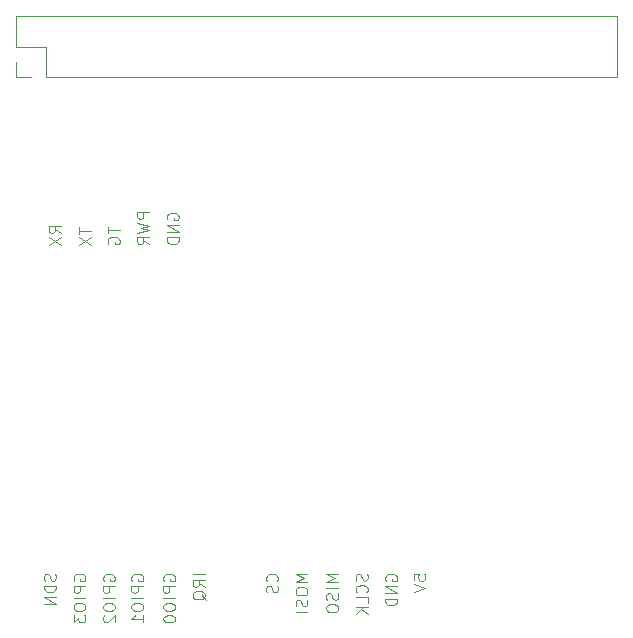
<source format=gbr>
%TF.GenerationSoftware,KiCad,Pcbnew,8.0.8*%
%TF.CreationDate,2025-03-09T10:32:03-07:00*%
%TF.ProjectId,live-video-multi-function-board,6c697665-2d76-4696-9465-6f2d6d756c74,rev?*%
%TF.SameCoordinates,Original*%
%TF.FileFunction,Legend,Bot*%
%TF.FilePolarity,Positive*%
%FSLAX46Y46*%
G04 Gerber Fmt 4.6, Leading zero omitted, Abs format (unit mm)*
G04 Created by KiCad (PCBNEW 8.0.8) date 2025-03-09 10:32:03*
%MOMM*%
%LPD*%
G01*
G04 APERTURE LIST*
%ADD10C,0.100000*%
%ADD11C,0.120000*%
G04 APERTURE END LIST*
D10*
X124405038Y-116727693D02*
X124357419Y-116632455D01*
X124357419Y-116632455D02*
X124357419Y-116489598D01*
X124357419Y-116489598D02*
X124405038Y-116346741D01*
X124405038Y-116346741D02*
X124500276Y-116251503D01*
X124500276Y-116251503D02*
X124595514Y-116203884D01*
X124595514Y-116203884D02*
X124785990Y-116156265D01*
X124785990Y-116156265D02*
X124928847Y-116156265D01*
X124928847Y-116156265D02*
X125119323Y-116203884D01*
X125119323Y-116203884D02*
X125214561Y-116251503D01*
X125214561Y-116251503D02*
X125309800Y-116346741D01*
X125309800Y-116346741D02*
X125357419Y-116489598D01*
X125357419Y-116489598D02*
X125357419Y-116584836D01*
X125357419Y-116584836D02*
X125309800Y-116727693D01*
X125309800Y-116727693D02*
X125262180Y-116775312D01*
X125262180Y-116775312D02*
X124928847Y-116775312D01*
X124928847Y-116775312D02*
X124928847Y-116584836D01*
X125357419Y-117203884D02*
X124357419Y-117203884D01*
X124357419Y-117203884D02*
X124357419Y-117584836D01*
X124357419Y-117584836D02*
X124405038Y-117680074D01*
X124405038Y-117680074D02*
X124452657Y-117727693D01*
X124452657Y-117727693D02*
X124547895Y-117775312D01*
X124547895Y-117775312D02*
X124690752Y-117775312D01*
X124690752Y-117775312D02*
X124785990Y-117727693D01*
X124785990Y-117727693D02*
X124833609Y-117680074D01*
X124833609Y-117680074D02*
X124881228Y-117584836D01*
X124881228Y-117584836D02*
X124881228Y-117203884D01*
X125357419Y-118203884D02*
X124357419Y-118203884D01*
X124357419Y-118870550D02*
X124357419Y-119061026D01*
X124357419Y-119061026D02*
X124405038Y-119156264D01*
X124405038Y-119156264D02*
X124500276Y-119251502D01*
X124500276Y-119251502D02*
X124690752Y-119299121D01*
X124690752Y-119299121D02*
X125024085Y-119299121D01*
X125024085Y-119299121D02*
X125214561Y-119251502D01*
X125214561Y-119251502D02*
X125309800Y-119156264D01*
X125309800Y-119156264D02*
X125357419Y-119061026D01*
X125357419Y-119061026D02*
X125357419Y-118870550D01*
X125357419Y-118870550D02*
X125309800Y-118775312D01*
X125309800Y-118775312D02*
X125214561Y-118680074D01*
X125214561Y-118680074D02*
X125024085Y-118632455D01*
X125024085Y-118632455D02*
X124690752Y-118632455D01*
X124690752Y-118632455D02*
X124500276Y-118680074D01*
X124500276Y-118680074D02*
X124405038Y-118775312D01*
X124405038Y-118775312D02*
X124357419Y-118870550D01*
X124357419Y-119918169D02*
X124357419Y-120013407D01*
X124357419Y-120013407D02*
X124405038Y-120108645D01*
X124405038Y-120108645D02*
X124452657Y-120156264D01*
X124452657Y-120156264D02*
X124547895Y-120203883D01*
X124547895Y-120203883D02*
X124738371Y-120251502D01*
X124738371Y-120251502D02*
X124976466Y-120251502D01*
X124976466Y-120251502D02*
X125166942Y-120203883D01*
X125166942Y-120203883D02*
X125262180Y-120156264D01*
X125262180Y-120156264D02*
X125309800Y-120108645D01*
X125309800Y-120108645D02*
X125357419Y-120013407D01*
X125357419Y-120013407D02*
X125357419Y-119918169D01*
X125357419Y-119918169D02*
X125309800Y-119822931D01*
X125309800Y-119822931D02*
X125262180Y-119775312D01*
X125262180Y-119775312D02*
X125166942Y-119727693D01*
X125166942Y-119727693D02*
X124976466Y-119680074D01*
X124976466Y-119680074D02*
X124738371Y-119680074D01*
X124738371Y-119680074D02*
X124547895Y-119727693D01*
X124547895Y-119727693D02*
X124452657Y-119775312D01*
X124452657Y-119775312D02*
X124405038Y-119822931D01*
X124405038Y-119822931D02*
X124357419Y-119918169D01*
X143205038Y-116727693D02*
X143157419Y-116632455D01*
X143157419Y-116632455D02*
X143157419Y-116489598D01*
X143157419Y-116489598D02*
X143205038Y-116346741D01*
X143205038Y-116346741D02*
X143300276Y-116251503D01*
X143300276Y-116251503D02*
X143395514Y-116203884D01*
X143395514Y-116203884D02*
X143585990Y-116156265D01*
X143585990Y-116156265D02*
X143728847Y-116156265D01*
X143728847Y-116156265D02*
X143919323Y-116203884D01*
X143919323Y-116203884D02*
X144014561Y-116251503D01*
X144014561Y-116251503D02*
X144109800Y-116346741D01*
X144109800Y-116346741D02*
X144157419Y-116489598D01*
X144157419Y-116489598D02*
X144157419Y-116584836D01*
X144157419Y-116584836D02*
X144109800Y-116727693D01*
X144109800Y-116727693D02*
X144062180Y-116775312D01*
X144062180Y-116775312D02*
X143728847Y-116775312D01*
X143728847Y-116775312D02*
X143728847Y-116584836D01*
X144157419Y-117203884D02*
X143157419Y-117203884D01*
X143157419Y-117203884D02*
X144157419Y-117775312D01*
X144157419Y-117775312D02*
X143157419Y-117775312D01*
X144157419Y-118251503D02*
X143157419Y-118251503D01*
X143157419Y-118251503D02*
X143157419Y-118489598D01*
X143157419Y-118489598D02*
X143205038Y-118632455D01*
X143205038Y-118632455D02*
X143300276Y-118727693D01*
X143300276Y-118727693D02*
X143395514Y-118775312D01*
X143395514Y-118775312D02*
X143585990Y-118822931D01*
X143585990Y-118822931D02*
X143728847Y-118822931D01*
X143728847Y-118822931D02*
X143919323Y-118775312D01*
X143919323Y-118775312D02*
X144014561Y-118727693D01*
X144014561Y-118727693D02*
X144109800Y-118632455D01*
X144109800Y-118632455D02*
X144157419Y-118489598D01*
X144157419Y-118489598D02*
X144157419Y-118251503D01*
X119657419Y-86767544D02*
X119657419Y-87338972D01*
X120657419Y-87053258D02*
X119657419Y-87053258D01*
X119705038Y-88196115D02*
X119657419Y-88100877D01*
X119657419Y-88100877D02*
X119657419Y-87958020D01*
X119657419Y-87958020D02*
X119705038Y-87815163D01*
X119705038Y-87815163D02*
X119800276Y-87719925D01*
X119800276Y-87719925D02*
X119895514Y-87672306D01*
X119895514Y-87672306D02*
X120085990Y-87624687D01*
X120085990Y-87624687D02*
X120228847Y-87624687D01*
X120228847Y-87624687D02*
X120419323Y-87672306D01*
X120419323Y-87672306D02*
X120514561Y-87719925D01*
X120514561Y-87719925D02*
X120609800Y-87815163D01*
X120609800Y-87815163D02*
X120657419Y-87958020D01*
X120657419Y-87958020D02*
X120657419Y-88053258D01*
X120657419Y-88053258D02*
X120609800Y-88196115D01*
X120609800Y-88196115D02*
X120562180Y-88243734D01*
X120562180Y-88243734D02*
X120228847Y-88243734D01*
X120228847Y-88243734D02*
X120228847Y-88053258D01*
X115657419Y-87291353D02*
X115181228Y-86958020D01*
X115657419Y-86719925D02*
X114657419Y-86719925D01*
X114657419Y-86719925D02*
X114657419Y-87100877D01*
X114657419Y-87100877D02*
X114705038Y-87196115D01*
X114705038Y-87196115D02*
X114752657Y-87243734D01*
X114752657Y-87243734D02*
X114847895Y-87291353D01*
X114847895Y-87291353D02*
X114990752Y-87291353D01*
X114990752Y-87291353D02*
X115085990Y-87243734D01*
X115085990Y-87243734D02*
X115133609Y-87196115D01*
X115133609Y-87196115D02*
X115181228Y-87100877D01*
X115181228Y-87100877D02*
X115181228Y-86719925D01*
X114657419Y-87624687D02*
X115657419Y-88291353D01*
X114657419Y-88291353D02*
X115657419Y-87624687D01*
X115209800Y-116156265D02*
X115257419Y-116299122D01*
X115257419Y-116299122D02*
X115257419Y-116537217D01*
X115257419Y-116537217D02*
X115209800Y-116632455D01*
X115209800Y-116632455D02*
X115162180Y-116680074D01*
X115162180Y-116680074D02*
X115066942Y-116727693D01*
X115066942Y-116727693D02*
X114971704Y-116727693D01*
X114971704Y-116727693D02*
X114876466Y-116680074D01*
X114876466Y-116680074D02*
X114828847Y-116632455D01*
X114828847Y-116632455D02*
X114781228Y-116537217D01*
X114781228Y-116537217D02*
X114733609Y-116346741D01*
X114733609Y-116346741D02*
X114685990Y-116251503D01*
X114685990Y-116251503D02*
X114638371Y-116203884D01*
X114638371Y-116203884D02*
X114543133Y-116156265D01*
X114543133Y-116156265D02*
X114447895Y-116156265D01*
X114447895Y-116156265D02*
X114352657Y-116203884D01*
X114352657Y-116203884D02*
X114305038Y-116251503D01*
X114305038Y-116251503D02*
X114257419Y-116346741D01*
X114257419Y-116346741D02*
X114257419Y-116584836D01*
X114257419Y-116584836D02*
X114305038Y-116727693D01*
X115257419Y-117156265D02*
X114257419Y-117156265D01*
X114257419Y-117156265D02*
X114257419Y-117394360D01*
X114257419Y-117394360D02*
X114305038Y-117537217D01*
X114305038Y-117537217D02*
X114400276Y-117632455D01*
X114400276Y-117632455D02*
X114495514Y-117680074D01*
X114495514Y-117680074D02*
X114685990Y-117727693D01*
X114685990Y-117727693D02*
X114828847Y-117727693D01*
X114828847Y-117727693D02*
X115019323Y-117680074D01*
X115019323Y-117680074D02*
X115114561Y-117632455D01*
X115114561Y-117632455D02*
X115209800Y-117537217D01*
X115209800Y-117537217D02*
X115257419Y-117394360D01*
X115257419Y-117394360D02*
X115257419Y-117156265D01*
X115257419Y-118156265D02*
X114257419Y-118156265D01*
X114257419Y-118156265D02*
X115257419Y-118727693D01*
X115257419Y-118727693D02*
X114257419Y-118727693D01*
X139157419Y-116203884D02*
X138157419Y-116203884D01*
X138157419Y-116203884D02*
X138871704Y-116537217D01*
X138871704Y-116537217D02*
X138157419Y-116870550D01*
X138157419Y-116870550D02*
X139157419Y-116870550D01*
X139157419Y-117346741D02*
X138157419Y-117346741D01*
X139109800Y-117775312D02*
X139157419Y-117918169D01*
X139157419Y-117918169D02*
X139157419Y-118156264D01*
X139157419Y-118156264D02*
X139109800Y-118251502D01*
X139109800Y-118251502D02*
X139062180Y-118299121D01*
X139062180Y-118299121D02*
X138966942Y-118346740D01*
X138966942Y-118346740D02*
X138871704Y-118346740D01*
X138871704Y-118346740D02*
X138776466Y-118299121D01*
X138776466Y-118299121D02*
X138728847Y-118251502D01*
X138728847Y-118251502D02*
X138681228Y-118156264D01*
X138681228Y-118156264D02*
X138633609Y-117965788D01*
X138633609Y-117965788D02*
X138585990Y-117870550D01*
X138585990Y-117870550D02*
X138538371Y-117822931D01*
X138538371Y-117822931D02*
X138443133Y-117775312D01*
X138443133Y-117775312D02*
X138347895Y-117775312D01*
X138347895Y-117775312D02*
X138252657Y-117822931D01*
X138252657Y-117822931D02*
X138205038Y-117870550D01*
X138205038Y-117870550D02*
X138157419Y-117965788D01*
X138157419Y-117965788D02*
X138157419Y-118203883D01*
X138157419Y-118203883D02*
X138205038Y-118346740D01*
X138157419Y-118965788D02*
X138157419Y-119156264D01*
X138157419Y-119156264D02*
X138205038Y-119251502D01*
X138205038Y-119251502D02*
X138300276Y-119346740D01*
X138300276Y-119346740D02*
X138490752Y-119394359D01*
X138490752Y-119394359D02*
X138824085Y-119394359D01*
X138824085Y-119394359D02*
X139014561Y-119346740D01*
X139014561Y-119346740D02*
X139109800Y-119251502D01*
X139109800Y-119251502D02*
X139157419Y-119156264D01*
X139157419Y-119156264D02*
X139157419Y-118965788D01*
X139157419Y-118965788D02*
X139109800Y-118870550D01*
X139109800Y-118870550D02*
X139014561Y-118775312D01*
X139014561Y-118775312D02*
X138824085Y-118727693D01*
X138824085Y-118727693D02*
X138490752Y-118727693D01*
X138490752Y-118727693D02*
X138300276Y-118775312D01*
X138300276Y-118775312D02*
X138205038Y-118870550D01*
X138205038Y-118870550D02*
X138157419Y-118965788D01*
X136557419Y-116203884D02*
X135557419Y-116203884D01*
X135557419Y-116203884D02*
X136271704Y-116537217D01*
X136271704Y-116537217D02*
X135557419Y-116870550D01*
X135557419Y-116870550D02*
X136557419Y-116870550D01*
X135557419Y-117537217D02*
X135557419Y-117727693D01*
X135557419Y-117727693D02*
X135605038Y-117822931D01*
X135605038Y-117822931D02*
X135700276Y-117918169D01*
X135700276Y-117918169D02*
X135890752Y-117965788D01*
X135890752Y-117965788D02*
X136224085Y-117965788D01*
X136224085Y-117965788D02*
X136414561Y-117918169D01*
X136414561Y-117918169D02*
X136509800Y-117822931D01*
X136509800Y-117822931D02*
X136557419Y-117727693D01*
X136557419Y-117727693D02*
X136557419Y-117537217D01*
X136557419Y-117537217D02*
X136509800Y-117441979D01*
X136509800Y-117441979D02*
X136414561Y-117346741D01*
X136414561Y-117346741D02*
X136224085Y-117299122D01*
X136224085Y-117299122D02*
X135890752Y-117299122D01*
X135890752Y-117299122D02*
X135700276Y-117346741D01*
X135700276Y-117346741D02*
X135605038Y-117441979D01*
X135605038Y-117441979D02*
X135557419Y-117537217D01*
X136509800Y-118346741D02*
X136557419Y-118489598D01*
X136557419Y-118489598D02*
X136557419Y-118727693D01*
X136557419Y-118727693D02*
X136509800Y-118822931D01*
X136509800Y-118822931D02*
X136462180Y-118870550D01*
X136462180Y-118870550D02*
X136366942Y-118918169D01*
X136366942Y-118918169D02*
X136271704Y-118918169D01*
X136271704Y-118918169D02*
X136176466Y-118870550D01*
X136176466Y-118870550D02*
X136128847Y-118822931D01*
X136128847Y-118822931D02*
X136081228Y-118727693D01*
X136081228Y-118727693D02*
X136033609Y-118537217D01*
X136033609Y-118537217D02*
X135985990Y-118441979D01*
X135985990Y-118441979D02*
X135938371Y-118394360D01*
X135938371Y-118394360D02*
X135843133Y-118346741D01*
X135843133Y-118346741D02*
X135747895Y-118346741D01*
X135747895Y-118346741D02*
X135652657Y-118394360D01*
X135652657Y-118394360D02*
X135605038Y-118441979D01*
X135605038Y-118441979D02*
X135557419Y-118537217D01*
X135557419Y-118537217D02*
X135557419Y-118775312D01*
X135557419Y-118775312D02*
X135605038Y-118918169D01*
X136557419Y-119346741D02*
X135557419Y-119346741D01*
X133962180Y-116775312D02*
X134009800Y-116727693D01*
X134009800Y-116727693D02*
X134057419Y-116584836D01*
X134057419Y-116584836D02*
X134057419Y-116489598D01*
X134057419Y-116489598D02*
X134009800Y-116346741D01*
X134009800Y-116346741D02*
X133914561Y-116251503D01*
X133914561Y-116251503D02*
X133819323Y-116203884D01*
X133819323Y-116203884D02*
X133628847Y-116156265D01*
X133628847Y-116156265D02*
X133485990Y-116156265D01*
X133485990Y-116156265D02*
X133295514Y-116203884D01*
X133295514Y-116203884D02*
X133200276Y-116251503D01*
X133200276Y-116251503D02*
X133105038Y-116346741D01*
X133105038Y-116346741D02*
X133057419Y-116489598D01*
X133057419Y-116489598D02*
X133057419Y-116584836D01*
X133057419Y-116584836D02*
X133105038Y-116727693D01*
X133105038Y-116727693D02*
X133152657Y-116775312D01*
X134009800Y-117156265D02*
X134057419Y-117299122D01*
X134057419Y-117299122D02*
X134057419Y-117537217D01*
X134057419Y-117537217D02*
X134009800Y-117632455D01*
X134009800Y-117632455D02*
X133962180Y-117680074D01*
X133962180Y-117680074D02*
X133866942Y-117727693D01*
X133866942Y-117727693D02*
X133771704Y-117727693D01*
X133771704Y-117727693D02*
X133676466Y-117680074D01*
X133676466Y-117680074D02*
X133628847Y-117632455D01*
X133628847Y-117632455D02*
X133581228Y-117537217D01*
X133581228Y-117537217D02*
X133533609Y-117346741D01*
X133533609Y-117346741D02*
X133485990Y-117251503D01*
X133485990Y-117251503D02*
X133438371Y-117203884D01*
X133438371Y-117203884D02*
X133343133Y-117156265D01*
X133343133Y-117156265D02*
X133247895Y-117156265D01*
X133247895Y-117156265D02*
X133152657Y-117203884D01*
X133152657Y-117203884D02*
X133105038Y-117251503D01*
X133105038Y-117251503D02*
X133057419Y-117346741D01*
X133057419Y-117346741D02*
X133057419Y-117584836D01*
X133057419Y-117584836D02*
X133105038Y-117727693D01*
X124705038Y-86148496D02*
X124657419Y-86053258D01*
X124657419Y-86053258D02*
X124657419Y-85910401D01*
X124657419Y-85910401D02*
X124705038Y-85767544D01*
X124705038Y-85767544D02*
X124800276Y-85672306D01*
X124800276Y-85672306D02*
X124895514Y-85624687D01*
X124895514Y-85624687D02*
X125085990Y-85577068D01*
X125085990Y-85577068D02*
X125228847Y-85577068D01*
X125228847Y-85577068D02*
X125419323Y-85624687D01*
X125419323Y-85624687D02*
X125514561Y-85672306D01*
X125514561Y-85672306D02*
X125609800Y-85767544D01*
X125609800Y-85767544D02*
X125657419Y-85910401D01*
X125657419Y-85910401D02*
X125657419Y-86005639D01*
X125657419Y-86005639D02*
X125609800Y-86148496D01*
X125609800Y-86148496D02*
X125562180Y-86196115D01*
X125562180Y-86196115D02*
X125228847Y-86196115D01*
X125228847Y-86196115D02*
X125228847Y-86005639D01*
X125657419Y-86624687D02*
X124657419Y-86624687D01*
X124657419Y-86624687D02*
X125657419Y-87196115D01*
X125657419Y-87196115D02*
X124657419Y-87196115D01*
X125657419Y-87672306D02*
X124657419Y-87672306D01*
X124657419Y-87672306D02*
X124657419Y-87910401D01*
X124657419Y-87910401D02*
X124705038Y-88053258D01*
X124705038Y-88053258D02*
X124800276Y-88148496D01*
X124800276Y-88148496D02*
X124895514Y-88196115D01*
X124895514Y-88196115D02*
X125085990Y-88243734D01*
X125085990Y-88243734D02*
X125228847Y-88243734D01*
X125228847Y-88243734D02*
X125419323Y-88196115D01*
X125419323Y-88196115D02*
X125514561Y-88148496D01*
X125514561Y-88148496D02*
X125609800Y-88053258D01*
X125609800Y-88053258D02*
X125657419Y-87910401D01*
X125657419Y-87910401D02*
X125657419Y-87672306D01*
X123157419Y-85529449D02*
X122157419Y-85529449D01*
X122157419Y-85529449D02*
X122157419Y-85910401D01*
X122157419Y-85910401D02*
X122205038Y-86005639D01*
X122205038Y-86005639D02*
X122252657Y-86053258D01*
X122252657Y-86053258D02*
X122347895Y-86100877D01*
X122347895Y-86100877D02*
X122490752Y-86100877D01*
X122490752Y-86100877D02*
X122585990Y-86053258D01*
X122585990Y-86053258D02*
X122633609Y-86005639D01*
X122633609Y-86005639D02*
X122681228Y-85910401D01*
X122681228Y-85910401D02*
X122681228Y-85529449D01*
X122157419Y-86434211D02*
X123157419Y-86672306D01*
X123157419Y-86672306D02*
X122443133Y-86862782D01*
X122443133Y-86862782D02*
X123157419Y-87053258D01*
X123157419Y-87053258D02*
X122157419Y-87291354D01*
X123157419Y-88243734D02*
X122681228Y-87910401D01*
X123157419Y-87672306D02*
X122157419Y-87672306D01*
X122157419Y-87672306D02*
X122157419Y-88053258D01*
X122157419Y-88053258D02*
X122205038Y-88148496D01*
X122205038Y-88148496D02*
X122252657Y-88196115D01*
X122252657Y-88196115D02*
X122347895Y-88243734D01*
X122347895Y-88243734D02*
X122490752Y-88243734D01*
X122490752Y-88243734D02*
X122585990Y-88196115D01*
X122585990Y-88196115D02*
X122633609Y-88148496D01*
X122633609Y-88148496D02*
X122681228Y-88053258D01*
X122681228Y-88053258D02*
X122681228Y-87672306D01*
X141609800Y-116156265D02*
X141657419Y-116299122D01*
X141657419Y-116299122D02*
X141657419Y-116537217D01*
X141657419Y-116537217D02*
X141609800Y-116632455D01*
X141609800Y-116632455D02*
X141562180Y-116680074D01*
X141562180Y-116680074D02*
X141466942Y-116727693D01*
X141466942Y-116727693D02*
X141371704Y-116727693D01*
X141371704Y-116727693D02*
X141276466Y-116680074D01*
X141276466Y-116680074D02*
X141228847Y-116632455D01*
X141228847Y-116632455D02*
X141181228Y-116537217D01*
X141181228Y-116537217D02*
X141133609Y-116346741D01*
X141133609Y-116346741D02*
X141085990Y-116251503D01*
X141085990Y-116251503D02*
X141038371Y-116203884D01*
X141038371Y-116203884D02*
X140943133Y-116156265D01*
X140943133Y-116156265D02*
X140847895Y-116156265D01*
X140847895Y-116156265D02*
X140752657Y-116203884D01*
X140752657Y-116203884D02*
X140705038Y-116251503D01*
X140705038Y-116251503D02*
X140657419Y-116346741D01*
X140657419Y-116346741D02*
X140657419Y-116584836D01*
X140657419Y-116584836D02*
X140705038Y-116727693D01*
X141562180Y-117727693D02*
X141609800Y-117680074D01*
X141609800Y-117680074D02*
X141657419Y-117537217D01*
X141657419Y-117537217D02*
X141657419Y-117441979D01*
X141657419Y-117441979D02*
X141609800Y-117299122D01*
X141609800Y-117299122D02*
X141514561Y-117203884D01*
X141514561Y-117203884D02*
X141419323Y-117156265D01*
X141419323Y-117156265D02*
X141228847Y-117108646D01*
X141228847Y-117108646D02*
X141085990Y-117108646D01*
X141085990Y-117108646D02*
X140895514Y-117156265D01*
X140895514Y-117156265D02*
X140800276Y-117203884D01*
X140800276Y-117203884D02*
X140705038Y-117299122D01*
X140705038Y-117299122D02*
X140657419Y-117441979D01*
X140657419Y-117441979D02*
X140657419Y-117537217D01*
X140657419Y-117537217D02*
X140705038Y-117680074D01*
X140705038Y-117680074D02*
X140752657Y-117727693D01*
X141657419Y-118632455D02*
X141657419Y-118156265D01*
X141657419Y-118156265D02*
X140657419Y-118156265D01*
X141657419Y-118965789D02*
X140657419Y-118965789D01*
X141657419Y-119537217D02*
X141085990Y-119108646D01*
X140657419Y-119537217D02*
X141228847Y-118965789D01*
X145557419Y-116680074D02*
X145557419Y-116203884D01*
X145557419Y-116203884D02*
X146033609Y-116156265D01*
X146033609Y-116156265D02*
X145985990Y-116203884D01*
X145985990Y-116203884D02*
X145938371Y-116299122D01*
X145938371Y-116299122D02*
X145938371Y-116537217D01*
X145938371Y-116537217D02*
X145985990Y-116632455D01*
X145985990Y-116632455D02*
X146033609Y-116680074D01*
X146033609Y-116680074D02*
X146128847Y-116727693D01*
X146128847Y-116727693D02*
X146366942Y-116727693D01*
X146366942Y-116727693D02*
X146462180Y-116680074D01*
X146462180Y-116680074D02*
X146509800Y-116632455D01*
X146509800Y-116632455D02*
X146557419Y-116537217D01*
X146557419Y-116537217D02*
X146557419Y-116299122D01*
X146557419Y-116299122D02*
X146509800Y-116203884D01*
X146509800Y-116203884D02*
X146462180Y-116156265D01*
X145557419Y-117013408D02*
X146557419Y-117346741D01*
X146557419Y-117346741D02*
X145557419Y-117680074D01*
X127857419Y-116203884D02*
X126857419Y-116203884D01*
X127857419Y-117251502D02*
X127381228Y-116918169D01*
X127857419Y-116680074D02*
X126857419Y-116680074D01*
X126857419Y-116680074D02*
X126857419Y-117061026D01*
X126857419Y-117061026D02*
X126905038Y-117156264D01*
X126905038Y-117156264D02*
X126952657Y-117203883D01*
X126952657Y-117203883D02*
X127047895Y-117251502D01*
X127047895Y-117251502D02*
X127190752Y-117251502D01*
X127190752Y-117251502D02*
X127285990Y-117203883D01*
X127285990Y-117203883D02*
X127333609Y-117156264D01*
X127333609Y-117156264D02*
X127381228Y-117061026D01*
X127381228Y-117061026D02*
X127381228Y-116680074D01*
X127952657Y-118346740D02*
X127905038Y-118251502D01*
X127905038Y-118251502D02*
X127809800Y-118156264D01*
X127809800Y-118156264D02*
X127666942Y-118013407D01*
X127666942Y-118013407D02*
X127619323Y-117918169D01*
X127619323Y-117918169D02*
X127619323Y-117822931D01*
X127857419Y-117870550D02*
X127809800Y-117775312D01*
X127809800Y-117775312D02*
X127714561Y-117680074D01*
X127714561Y-117680074D02*
X127524085Y-117632455D01*
X127524085Y-117632455D02*
X127190752Y-117632455D01*
X127190752Y-117632455D02*
X127000276Y-117680074D01*
X127000276Y-117680074D02*
X126905038Y-117775312D01*
X126905038Y-117775312D02*
X126857419Y-117870550D01*
X126857419Y-117870550D02*
X126857419Y-118061026D01*
X126857419Y-118061026D02*
X126905038Y-118156264D01*
X126905038Y-118156264D02*
X127000276Y-118251502D01*
X127000276Y-118251502D02*
X127190752Y-118299121D01*
X127190752Y-118299121D02*
X127524085Y-118299121D01*
X127524085Y-118299121D02*
X127714561Y-118251502D01*
X127714561Y-118251502D02*
X127809800Y-118156264D01*
X127809800Y-118156264D02*
X127857419Y-118061026D01*
X127857419Y-118061026D02*
X127857419Y-117870550D01*
X119305038Y-116727693D02*
X119257419Y-116632455D01*
X119257419Y-116632455D02*
X119257419Y-116489598D01*
X119257419Y-116489598D02*
X119305038Y-116346741D01*
X119305038Y-116346741D02*
X119400276Y-116251503D01*
X119400276Y-116251503D02*
X119495514Y-116203884D01*
X119495514Y-116203884D02*
X119685990Y-116156265D01*
X119685990Y-116156265D02*
X119828847Y-116156265D01*
X119828847Y-116156265D02*
X120019323Y-116203884D01*
X120019323Y-116203884D02*
X120114561Y-116251503D01*
X120114561Y-116251503D02*
X120209800Y-116346741D01*
X120209800Y-116346741D02*
X120257419Y-116489598D01*
X120257419Y-116489598D02*
X120257419Y-116584836D01*
X120257419Y-116584836D02*
X120209800Y-116727693D01*
X120209800Y-116727693D02*
X120162180Y-116775312D01*
X120162180Y-116775312D02*
X119828847Y-116775312D01*
X119828847Y-116775312D02*
X119828847Y-116584836D01*
X120257419Y-117203884D02*
X119257419Y-117203884D01*
X119257419Y-117203884D02*
X119257419Y-117584836D01*
X119257419Y-117584836D02*
X119305038Y-117680074D01*
X119305038Y-117680074D02*
X119352657Y-117727693D01*
X119352657Y-117727693D02*
X119447895Y-117775312D01*
X119447895Y-117775312D02*
X119590752Y-117775312D01*
X119590752Y-117775312D02*
X119685990Y-117727693D01*
X119685990Y-117727693D02*
X119733609Y-117680074D01*
X119733609Y-117680074D02*
X119781228Y-117584836D01*
X119781228Y-117584836D02*
X119781228Y-117203884D01*
X120257419Y-118203884D02*
X119257419Y-118203884D01*
X119257419Y-118870550D02*
X119257419Y-119061026D01*
X119257419Y-119061026D02*
X119305038Y-119156264D01*
X119305038Y-119156264D02*
X119400276Y-119251502D01*
X119400276Y-119251502D02*
X119590752Y-119299121D01*
X119590752Y-119299121D02*
X119924085Y-119299121D01*
X119924085Y-119299121D02*
X120114561Y-119251502D01*
X120114561Y-119251502D02*
X120209800Y-119156264D01*
X120209800Y-119156264D02*
X120257419Y-119061026D01*
X120257419Y-119061026D02*
X120257419Y-118870550D01*
X120257419Y-118870550D02*
X120209800Y-118775312D01*
X120209800Y-118775312D02*
X120114561Y-118680074D01*
X120114561Y-118680074D02*
X119924085Y-118632455D01*
X119924085Y-118632455D02*
X119590752Y-118632455D01*
X119590752Y-118632455D02*
X119400276Y-118680074D01*
X119400276Y-118680074D02*
X119305038Y-118775312D01*
X119305038Y-118775312D02*
X119257419Y-118870550D01*
X119352657Y-119680074D02*
X119305038Y-119727693D01*
X119305038Y-119727693D02*
X119257419Y-119822931D01*
X119257419Y-119822931D02*
X119257419Y-120061026D01*
X119257419Y-120061026D02*
X119305038Y-120156264D01*
X119305038Y-120156264D02*
X119352657Y-120203883D01*
X119352657Y-120203883D02*
X119447895Y-120251502D01*
X119447895Y-120251502D02*
X119543133Y-120251502D01*
X119543133Y-120251502D02*
X119685990Y-120203883D01*
X119685990Y-120203883D02*
X120257419Y-119632455D01*
X120257419Y-119632455D02*
X120257419Y-120251502D01*
X117257419Y-86815163D02*
X117257419Y-87386591D01*
X118257419Y-87100877D02*
X117257419Y-87100877D01*
X117257419Y-87624687D02*
X118257419Y-88291353D01*
X117257419Y-88291353D02*
X118257419Y-87624687D01*
X116805038Y-116727693D02*
X116757419Y-116632455D01*
X116757419Y-116632455D02*
X116757419Y-116489598D01*
X116757419Y-116489598D02*
X116805038Y-116346741D01*
X116805038Y-116346741D02*
X116900276Y-116251503D01*
X116900276Y-116251503D02*
X116995514Y-116203884D01*
X116995514Y-116203884D02*
X117185990Y-116156265D01*
X117185990Y-116156265D02*
X117328847Y-116156265D01*
X117328847Y-116156265D02*
X117519323Y-116203884D01*
X117519323Y-116203884D02*
X117614561Y-116251503D01*
X117614561Y-116251503D02*
X117709800Y-116346741D01*
X117709800Y-116346741D02*
X117757419Y-116489598D01*
X117757419Y-116489598D02*
X117757419Y-116584836D01*
X117757419Y-116584836D02*
X117709800Y-116727693D01*
X117709800Y-116727693D02*
X117662180Y-116775312D01*
X117662180Y-116775312D02*
X117328847Y-116775312D01*
X117328847Y-116775312D02*
X117328847Y-116584836D01*
X117757419Y-117203884D02*
X116757419Y-117203884D01*
X116757419Y-117203884D02*
X116757419Y-117584836D01*
X116757419Y-117584836D02*
X116805038Y-117680074D01*
X116805038Y-117680074D02*
X116852657Y-117727693D01*
X116852657Y-117727693D02*
X116947895Y-117775312D01*
X116947895Y-117775312D02*
X117090752Y-117775312D01*
X117090752Y-117775312D02*
X117185990Y-117727693D01*
X117185990Y-117727693D02*
X117233609Y-117680074D01*
X117233609Y-117680074D02*
X117281228Y-117584836D01*
X117281228Y-117584836D02*
X117281228Y-117203884D01*
X117757419Y-118203884D02*
X116757419Y-118203884D01*
X116757419Y-118870550D02*
X116757419Y-119061026D01*
X116757419Y-119061026D02*
X116805038Y-119156264D01*
X116805038Y-119156264D02*
X116900276Y-119251502D01*
X116900276Y-119251502D02*
X117090752Y-119299121D01*
X117090752Y-119299121D02*
X117424085Y-119299121D01*
X117424085Y-119299121D02*
X117614561Y-119251502D01*
X117614561Y-119251502D02*
X117709800Y-119156264D01*
X117709800Y-119156264D02*
X117757419Y-119061026D01*
X117757419Y-119061026D02*
X117757419Y-118870550D01*
X117757419Y-118870550D02*
X117709800Y-118775312D01*
X117709800Y-118775312D02*
X117614561Y-118680074D01*
X117614561Y-118680074D02*
X117424085Y-118632455D01*
X117424085Y-118632455D02*
X117090752Y-118632455D01*
X117090752Y-118632455D02*
X116900276Y-118680074D01*
X116900276Y-118680074D02*
X116805038Y-118775312D01*
X116805038Y-118775312D02*
X116757419Y-118870550D01*
X116757419Y-119632455D02*
X116757419Y-120251502D01*
X116757419Y-120251502D02*
X117138371Y-119918169D01*
X117138371Y-119918169D02*
X117138371Y-120061026D01*
X117138371Y-120061026D02*
X117185990Y-120156264D01*
X117185990Y-120156264D02*
X117233609Y-120203883D01*
X117233609Y-120203883D02*
X117328847Y-120251502D01*
X117328847Y-120251502D02*
X117566942Y-120251502D01*
X117566942Y-120251502D02*
X117662180Y-120203883D01*
X117662180Y-120203883D02*
X117709800Y-120156264D01*
X117709800Y-120156264D02*
X117757419Y-120061026D01*
X117757419Y-120061026D02*
X117757419Y-119775312D01*
X117757419Y-119775312D02*
X117709800Y-119680074D01*
X117709800Y-119680074D02*
X117662180Y-119632455D01*
X121705038Y-116727693D02*
X121657419Y-116632455D01*
X121657419Y-116632455D02*
X121657419Y-116489598D01*
X121657419Y-116489598D02*
X121705038Y-116346741D01*
X121705038Y-116346741D02*
X121800276Y-116251503D01*
X121800276Y-116251503D02*
X121895514Y-116203884D01*
X121895514Y-116203884D02*
X122085990Y-116156265D01*
X122085990Y-116156265D02*
X122228847Y-116156265D01*
X122228847Y-116156265D02*
X122419323Y-116203884D01*
X122419323Y-116203884D02*
X122514561Y-116251503D01*
X122514561Y-116251503D02*
X122609800Y-116346741D01*
X122609800Y-116346741D02*
X122657419Y-116489598D01*
X122657419Y-116489598D02*
X122657419Y-116584836D01*
X122657419Y-116584836D02*
X122609800Y-116727693D01*
X122609800Y-116727693D02*
X122562180Y-116775312D01*
X122562180Y-116775312D02*
X122228847Y-116775312D01*
X122228847Y-116775312D02*
X122228847Y-116584836D01*
X122657419Y-117203884D02*
X121657419Y-117203884D01*
X121657419Y-117203884D02*
X121657419Y-117584836D01*
X121657419Y-117584836D02*
X121705038Y-117680074D01*
X121705038Y-117680074D02*
X121752657Y-117727693D01*
X121752657Y-117727693D02*
X121847895Y-117775312D01*
X121847895Y-117775312D02*
X121990752Y-117775312D01*
X121990752Y-117775312D02*
X122085990Y-117727693D01*
X122085990Y-117727693D02*
X122133609Y-117680074D01*
X122133609Y-117680074D02*
X122181228Y-117584836D01*
X122181228Y-117584836D02*
X122181228Y-117203884D01*
X122657419Y-118203884D02*
X121657419Y-118203884D01*
X121657419Y-118870550D02*
X121657419Y-119061026D01*
X121657419Y-119061026D02*
X121705038Y-119156264D01*
X121705038Y-119156264D02*
X121800276Y-119251502D01*
X121800276Y-119251502D02*
X121990752Y-119299121D01*
X121990752Y-119299121D02*
X122324085Y-119299121D01*
X122324085Y-119299121D02*
X122514561Y-119251502D01*
X122514561Y-119251502D02*
X122609800Y-119156264D01*
X122609800Y-119156264D02*
X122657419Y-119061026D01*
X122657419Y-119061026D02*
X122657419Y-118870550D01*
X122657419Y-118870550D02*
X122609800Y-118775312D01*
X122609800Y-118775312D02*
X122514561Y-118680074D01*
X122514561Y-118680074D02*
X122324085Y-118632455D01*
X122324085Y-118632455D02*
X121990752Y-118632455D01*
X121990752Y-118632455D02*
X121800276Y-118680074D01*
X121800276Y-118680074D02*
X121705038Y-118775312D01*
X121705038Y-118775312D02*
X121657419Y-118870550D01*
X122657419Y-120251502D02*
X122657419Y-119680074D01*
X122657419Y-119965788D02*
X121657419Y-119965788D01*
X121657419Y-119965788D02*
X121800276Y-119870550D01*
X121800276Y-119870550D02*
X121895514Y-119775312D01*
X121895514Y-119775312D02*
X121943133Y-119680074D01*
D11*
%TO.C,J2*%
X111870000Y-71510000D02*
X111870000Y-68910000D01*
X111870000Y-74110000D02*
X111870000Y-72780000D01*
X113200000Y-74110000D02*
X111870000Y-74110000D01*
X114470000Y-71510000D02*
X111870000Y-71510000D01*
X114470000Y-74110000D02*
X114470000Y-71510000D01*
X162790000Y-68910000D02*
X111870000Y-68910000D01*
X162790000Y-74110000D02*
X114470000Y-74110000D01*
X162790000Y-74110000D02*
X162790000Y-68910000D01*
%TD*%
M02*

</source>
